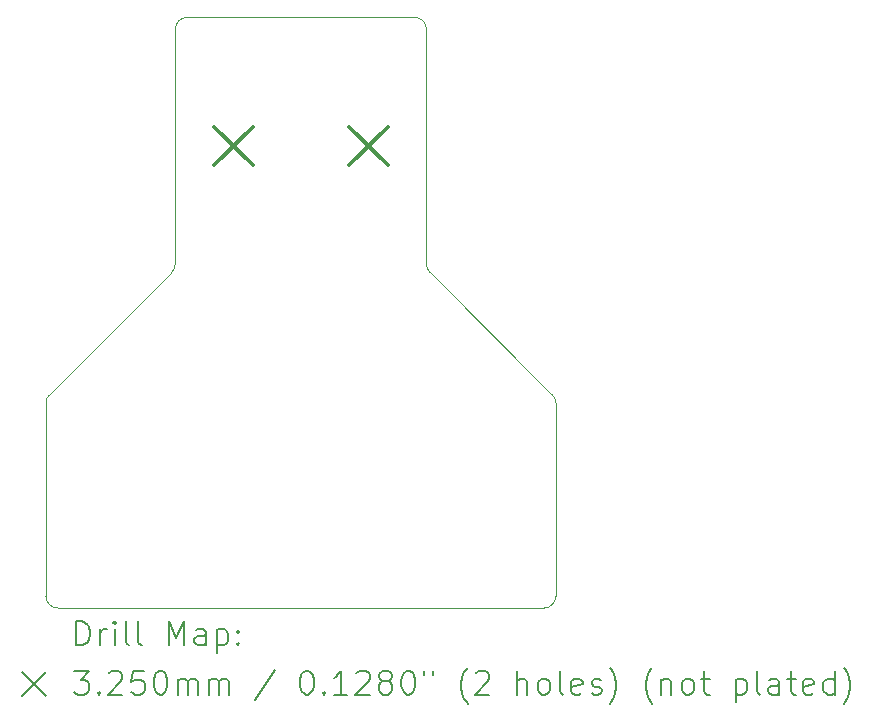
<source format=gbr>
%TF.GenerationSoftware,KiCad,Pcbnew,8.0.8*%
%TF.CreationDate,2025-02-16T01:23:27+01:00*%
%TF.ProjectId,rgmii-pmod,72676d69-692d-4706-9d6f-642e6b696361,rev?*%
%TF.SameCoordinates,Original*%
%TF.FileFunction,Drillmap*%
%TF.FilePolarity,Positive*%
%FSLAX45Y45*%
G04 Gerber Fmt 4.5, Leading zero omitted, Abs format (unit mm)*
G04 Created by KiCad (PCBNEW 8.0.8) date 2025-02-16 01:23:27*
%MOMM*%
%LPD*%
G01*
G04 APERTURE LIST*
%ADD10C,0.050000*%
%ADD11C,0.200000*%
%ADD12C,0.325000*%
G04 APERTURE END LIST*
D10*
X15963500Y-7500000D02*
X14036500Y-7500000D01*
X17129711Y-10696211D02*
G75*
G02*
X17158999Y-10766921I-70711J-70709D01*
G01*
X12841000Y-12400000D02*
X12841000Y-10766921D01*
X16063500Y-9588579D02*
X16063500Y-7600000D01*
X16092789Y-9659289D02*
G75*
G02*
X16063501Y-9588579I70711J70709D01*
G01*
X17159000Y-12400000D02*
G75*
G02*
X17059000Y-12500000I-100000J0D01*
G01*
X17159000Y-10766921D02*
X17159000Y-12400000D01*
X12941000Y-12500000D02*
G75*
G02*
X12841000Y-12400000I0J100000D01*
G01*
X13936500Y-9588579D02*
G75*
G02*
X13907211Y-9659290I-100000J-1D01*
G01*
X13936500Y-7600000D02*
X13936500Y-9588579D01*
X16092789Y-9659289D02*
X17129711Y-10696211D01*
X12941000Y-12500000D02*
X17059000Y-12500000D01*
X12841000Y-10766921D02*
G75*
G02*
X12870289Y-10696210I100000J1D01*
G01*
X13936500Y-7600000D02*
G75*
G02*
X14036500Y-7500000I100000J0D01*
G01*
X12870289Y-10696211D02*
X13907211Y-9659289D01*
X15963500Y-7500000D02*
G75*
G02*
X16063500Y-7600000I0J-100000D01*
G01*
D11*
D12*
X14266000Y-8427500D02*
X14591000Y-8752500D01*
X14591000Y-8427500D02*
X14266000Y-8752500D01*
X15409000Y-8427500D02*
X15734000Y-8752500D01*
X15734000Y-8427500D02*
X15409000Y-8752500D01*
D11*
X13099277Y-12813984D02*
X13099277Y-12613984D01*
X13099277Y-12613984D02*
X13146896Y-12613984D01*
X13146896Y-12613984D02*
X13175467Y-12623508D01*
X13175467Y-12623508D02*
X13194515Y-12642555D01*
X13194515Y-12642555D02*
X13204039Y-12661603D01*
X13204039Y-12661603D02*
X13213562Y-12699698D01*
X13213562Y-12699698D02*
X13213562Y-12728269D01*
X13213562Y-12728269D02*
X13204039Y-12766365D01*
X13204039Y-12766365D02*
X13194515Y-12785412D01*
X13194515Y-12785412D02*
X13175467Y-12804460D01*
X13175467Y-12804460D02*
X13146896Y-12813984D01*
X13146896Y-12813984D02*
X13099277Y-12813984D01*
X13299277Y-12813984D02*
X13299277Y-12680650D01*
X13299277Y-12718746D02*
X13308801Y-12699698D01*
X13308801Y-12699698D02*
X13318324Y-12690174D01*
X13318324Y-12690174D02*
X13337372Y-12680650D01*
X13337372Y-12680650D02*
X13356420Y-12680650D01*
X13423086Y-12813984D02*
X13423086Y-12680650D01*
X13423086Y-12613984D02*
X13413562Y-12623508D01*
X13413562Y-12623508D02*
X13423086Y-12633031D01*
X13423086Y-12633031D02*
X13432610Y-12623508D01*
X13432610Y-12623508D02*
X13423086Y-12613984D01*
X13423086Y-12613984D02*
X13423086Y-12633031D01*
X13546896Y-12813984D02*
X13527848Y-12804460D01*
X13527848Y-12804460D02*
X13518324Y-12785412D01*
X13518324Y-12785412D02*
X13518324Y-12613984D01*
X13651658Y-12813984D02*
X13632610Y-12804460D01*
X13632610Y-12804460D02*
X13623086Y-12785412D01*
X13623086Y-12785412D02*
X13623086Y-12613984D01*
X13880229Y-12813984D02*
X13880229Y-12613984D01*
X13880229Y-12613984D02*
X13946896Y-12756841D01*
X13946896Y-12756841D02*
X14013562Y-12613984D01*
X14013562Y-12613984D02*
X14013562Y-12813984D01*
X14194515Y-12813984D02*
X14194515Y-12709222D01*
X14194515Y-12709222D02*
X14184991Y-12690174D01*
X14184991Y-12690174D02*
X14165943Y-12680650D01*
X14165943Y-12680650D02*
X14127848Y-12680650D01*
X14127848Y-12680650D02*
X14108801Y-12690174D01*
X14194515Y-12804460D02*
X14175467Y-12813984D01*
X14175467Y-12813984D02*
X14127848Y-12813984D01*
X14127848Y-12813984D02*
X14108801Y-12804460D01*
X14108801Y-12804460D02*
X14099277Y-12785412D01*
X14099277Y-12785412D02*
X14099277Y-12766365D01*
X14099277Y-12766365D02*
X14108801Y-12747317D01*
X14108801Y-12747317D02*
X14127848Y-12737793D01*
X14127848Y-12737793D02*
X14175467Y-12737793D01*
X14175467Y-12737793D02*
X14194515Y-12728269D01*
X14289753Y-12680650D02*
X14289753Y-12880650D01*
X14289753Y-12690174D02*
X14308801Y-12680650D01*
X14308801Y-12680650D02*
X14346896Y-12680650D01*
X14346896Y-12680650D02*
X14365943Y-12690174D01*
X14365943Y-12690174D02*
X14375467Y-12699698D01*
X14375467Y-12699698D02*
X14384991Y-12718746D01*
X14384991Y-12718746D02*
X14384991Y-12775888D01*
X14384991Y-12775888D02*
X14375467Y-12794936D01*
X14375467Y-12794936D02*
X14365943Y-12804460D01*
X14365943Y-12804460D02*
X14346896Y-12813984D01*
X14346896Y-12813984D02*
X14308801Y-12813984D01*
X14308801Y-12813984D02*
X14289753Y-12804460D01*
X14470705Y-12794936D02*
X14480229Y-12804460D01*
X14480229Y-12804460D02*
X14470705Y-12813984D01*
X14470705Y-12813984D02*
X14461182Y-12804460D01*
X14461182Y-12804460D02*
X14470705Y-12794936D01*
X14470705Y-12794936D02*
X14470705Y-12813984D01*
X14470705Y-12690174D02*
X14480229Y-12699698D01*
X14480229Y-12699698D02*
X14470705Y-12709222D01*
X14470705Y-12709222D02*
X14461182Y-12699698D01*
X14461182Y-12699698D02*
X14470705Y-12690174D01*
X14470705Y-12690174D02*
X14470705Y-12709222D01*
X12638500Y-13042500D02*
X12838500Y-13242500D01*
X12838500Y-13042500D02*
X12638500Y-13242500D01*
X13080229Y-13033984D02*
X13204039Y-13033984D01*
X13204039Y-13033984D02*
X13137372Y-13110174D01*
X13137372Y-13110174D02*
X13165943Y-13110174D01*
X13165943Y-13110174D02*
X13184991Y-13119698D01*
X13184991Y-13119698D02*
X13194515Y-13129222D01*
X13194515Y-13129222D02*
X13204039Y-13148269D01*
X13204039Y-13148269D02*
X13204039Y-13195888D01*
X13204039Y-13195888D02*
X13194515Y-13214936D01*
X13194515Y-13214936D02*
X13184991Y-13224460D01*
X13184991Y-13224460D02*
X13165943Y-13233984D01*
X13165943Y-13233984D02*
X13108801Y-13233984D01*
X13108801Y-13233984D02*
X13089753Y-13224460D01*
X13089753Y-13224460D02*
X13080229Y-13214936D01*
X13289753Y-13214936D02*
X13299277Y-13224460D01*
X13299277Y-13224460D02*
X13289753Y-13233984D01*
X13289753Y-13233984D02*
X13280229Y-13224460D01*
X13280229Y-13224460D02*
X13289753Y-13214936D01*
X13289753Y-13214936D02*
X13289753Y-13233984D01*
X13375467Y-13053031D02*
X13384991Y-13043508D01*
X13384991Y-13043508D02*
X13404039Y-13033984D01*
X13404039Y-13033984D02*
X13451658Y-13033984D01*
X13451658Y-13033984D02*
X13470705Y-13043508D01*
X13470705Y-13043508D02*
X13480229Y-13053031D01*
X13480229Y-13053031D02*
X13489753Y-13072079D01*
X13489753Y-13072079D02*
X13489753Y-13091127D01*
X13489753Y-13091127D02*
X13480229Y-13119698D01*
X13480229Y-13119698D02*
X13365943Y-13233984D01*
X13365943Y-13233984D02*
X13489753Y-13233984D01*
X13670705Y-13033984D02*
X13575467Y-13033984D01*
X13575467Y-13033984D02*
X13565943Y-13129222D01*
X13565943Y-13129222D02*
X13575467Y-13119698D01*
X13575467Y-13119698D02*
X13594515Y-13110174D01*
X13594515Y-13110174D02*
X13642134Y-13110174D01*
X13642134Y-13110174D02*
X13661182Y-13119698D01*
X13661182Y-13119698D02*
X13670705Y-13129222D01*
X13670705Y-13129222D02*
X13680229Y-13148269D01*
X13680229Y-13148269D02*
X13680229Y-13195888D01*
X13680229Y-13195888D02*
X13670705Y-13214936D01*
X13670705Y-13214936D02*
X13661182Y-13224460D01*
X13661182Y-13224460D02*
X13642134Y-13233984D01*
X13642134Y-13233984D02*
X13594515Y-13233984D01*
X13594515Y-13233984D02*
X13575467Y-13224460D01*
X13575467Y-13224460D02*
X13565943Y-13214936D01*
X13804039Y-13033984D02*
X13823086Y-13033984D01*
X13823086Y-13033984D02*
X13842134Y-13043508D01*
X13842134Y-13043508D02*
X13851658Y-13053031D01*
X13851658Y-13053031D02*
X13861182Y-13072079D01*
X13861182Y-13072079D02*
X13870705Y-13110174D01*
X13870705Y-13110174D02*
X13870705Y-13157793D01*
X13870705Y-13157793D02*
X13861182Y-13195888D01*
X13861182Y-13195888D02*
X13851658Y-13214936D01*
X13851658Y-13214936D02*
X13842134Y-13224460D01*
X13842134Y-13224460D02*
X13823086Y-13233984D01*
X13823086Y-13233984D02*
X13804039Y-13233984D01*
X13804039Y-13233984D02*
X13784991Y-13224460D01*
X13784991Y-13224460D02*
X13775467Y-13214936D01*
X13775467Y-13214936D02*
X13765943Y-13195888D01*
X13765943Y-13195888D02*
X13756420Y-13157793D01*
X13756420Y-13157793D02*
X13756420Y-13110174D01*
X13756420Y-13110174D02*
X13765943Y-13072079D01*
X13765943Y-13072079D02*
X13775467Y-13053031D01*
X13775467Y-13053031D02*
X13784991Y-13043508D01*
X13784991Y-13043508D02*
X13804039Y-13033984D01*
X13956420Y-13233984D02*
X13956420Y-13100650D01*
X13956420Y-13119698D02*
X13965943Y-13110174D01*
X13965943Y-13110174D02*
X13984991Y-13100650D01*
X13984991Y-13100650D02*
X14013563Y-13100650D01*
X14013563Y-13100650D02*
X14032610Y-13110174D01*
X14032610Y-13110174D02*
X14042134Y-13129222D01*
X14042134Y-13129222D02*
X14042134Y-13233984D01*
X14042134Y-13129222D02*
X14051658Y-13110174D01*
X14051658Y-13110174D02*
X14070705Y-13100650D01*
X14070705Y-13100650D02*
X14099277Y-13100650D01*
X14099277Y-13100650D02*
X14118324Y-13110174D01*
X14118324Y-13110174D02*
X14127848Y-13129222D01*
X14127848Y-13129222D02*
X14127848Y-13233984D01*
X14223086Y-13233984D02*
X14223086Y-13100650D01*
X14223086Y-13119698D02*
X14232610Y-13110174D01*
X14232610Y-13110174D02*
X14251658Y-13100650D01*
X14251658Y-13100650D02*
X14280229Y-13100650D01*
X14280229Y-13100650D02*
X14299277Y-13110174D01*
X14299277Y-13110174D02*
X14308801Y-13129222D01*
X14308801Y-13129222D02*
X14308801Y-13233984D01*
X14308801Y-13129222D02*
X14318324Y-13110174D01*
X14318324Y-13110174D02*
X14337372Y-13100650D01*
X14337372Y-13100650D02*
X14365943Y-13100650D01*
X14365943Y-13100650D02*
X14384991Y-13110174D01*
X14384991Y-13110174D02*
X14394515Y-13129222D01*
X14394515Y-13129222D02*
X14394515Y-13233984D01*
X14784991Y-13024460D02*
X14613563Y-13281603D01*
X15042134Y-13033984D02*
X15061182Y-13033984D01*
X15061182Y-13033984D02*
X15080229Y-13043508D01*
X15080229Y-13043508D02*
X15089753Y-13053031D01*
X15089753Y-13053031D02*
X15099277Y-13072079D01*
X15099277Y-13072079D02*
X15108801Y-13110174D01*
X15108801Y-13110174D02*
X15108801Y-13157793D01*
X15108801Y-13157793D02*
X15099277Y-13195888D01*
X15099277Y-13195888D02*
X15089753Y-13214936D01*
X15089753Y-13214936D02*
X15080229Y-13224460D01*
X15080229Y-13224460D02*
X15061182Y-13233984D01*
X15061182Y-13233984D02*
X15042134Y-13233984D01*
X15042134Y-13233984D02*
X15023086Y-13224460D01*
X15023086Y-13224460D02*
X15013563Y-13214936D01*
X15013563Y-13214936D02*
X15004039Y-13195888D01*
X15004039Y-13195888D02*
X14994515Y-13157793D01*
X14994515Y-13157793D02*
X14994515Y-13110174D01*
X14994515Y-13110174D02*
X15004039Y-13072079D01*
X15004039Y-13072079D02*
X15013563Y-13053031D01*
X15013563Y-13053031D02*
X15023086Y-13043508D01*
X15023086Y-13043508D02*
X15042134Y-13033984D01*
X15194515Y-13214936D02*
X15204039Y-13224460D01*
X15204039Y-13224460D02*
X15194515Y-13233984D01*
X15194515Y-13233984D02*
X15184991Y-13224460D01*
X15184991Y-13224460D02*
X15194515Y-13214936D01*
X15194515Y-13214936D02*
X15194515Y-13233984D01*
X15394515Y-13233984D02*
X15280229Y-13233984D01*
X15337372Y-13233984D02*
X15337372Y-13033984D01*
X15337372Y-13033984D02*
X15318325Y-13062555D01*
X15318325Y-13062555D02*
X15299277Y-13081603D01*
X15299277Y-13081603D02*
X15280229Y-13091127D01*
X15470706Y-13053031D02*
X15480229Y-13043508D01*
X15480229Y-13043508D02*
X15499277Y-13033984D01*
X15499277Y-13033984D02*
X15546896Y-13033984D01*
X15546896Y-13033984D02*
X15565944Y-13043508D01*
X15565944Y-13043508D02*
X15575467Y-13053031D01*
X15575467Y-13053031D02*
X15584991Y-13072079D01*
X15584991Y-13072079D02*
X15584991Y-13091127D01*
X15584991Y-13091127D02*
X15575467Y-13119698D01*
X15575467Y-13119698D02*
X15461182Y-13233984D01*
X15461182Y-13233984D02*
X15584991Y-13233984D01*
X15699277Y-13119698D02*
X15680229Y-13110174D01*
X15680229Y-13110174D02*
X15670706Y-13100650D01*
X15670706Y-13100650D02*
X15661182Y-13081603D01*
X15661182Y-13081603D02*
X15661182Y-13072079D01*
X15661182Y-13072079D02*
X15670706Y-13053031D01*
X15670706Y-13053031D02*
X15680229Y-13043508D01*
X15680229Y-13043508D02*
X15699277Y-13033984D01*
X15699277Y-13033984D02*
X15737372Y-13033984D01*
X15737372Y-13033984D02*
X15756420Y-13043508D01*
X15756420Y-13043508D02*
X15765944Y-13053031D01*
X15765944Y-13053031D02*
X15775467Y-13072079D01*
X15775467Y-13072079D02*
X15775467Y-13081603D01*
X15775467Y-13081603D02*
X15765944Y-13100650D01*
X15765944Y-13100650D02*
X15756420Y-13110174D01*
X15756420Y-13110174D02*
X15737372Y-13119698D01*
X15737372Y-13119698D02*
X15699277Y-13119698D01*
X15699277Y-13119698D02*
X15680229Y-13129222D01*
X15680229Y-13129222D02*
X15670706Y-13138746D01*
X15670706Y-13138746D02*
X15661182Y-13157793D01*
X15661182Y-13157793D02*
X15661182Y-13195888D01*
X15661182Y-13195888D02*
X15670706Y-13214936D01*
X15670706Y-13214936D02*
X15680229Y-13224460D01*
X15680229Y-13224460D02*
X15699277Y-13233984D01*
X15699277Y-13233984D02*
X15737372Y-13233984D01*
X15737372Y-13233984D02*
X15756420Y-13224460D01*
X15756420Y-13224460D02*
X15765944Y-13214936D01*
X15765944Y-13214936D02*
X15775467Y-13195888D01*
X15775467Y-13195888D02*
X15775467Y-13157793D01*
X15775467Y-13157793D02*
X15765944Y-13138746D01*
X15765944Y-13138746D02*
X15756420Y-13129222D01*
X15756420Y-13129222D02*
X15737372Y-13119698D01*
X15899277Y-13033984D02*
X15918325Y-13033984D01*
X15918325Y-13033984D02*
X15937372Y-13043508D01*
X15937372Y-13043508D02*
X15946896Y-13053031D01*
X15946896Y-13053031D02*
X15956420Y-13072079D01*
X15956420Y-13072079D02*
X15965944Y-13110174D01*
X15965944Y-13110174D02*
X15965944Y-13157793D01*
X15965944Y-13157793D02*
X15956420Y-13195888D01*
X15956420Y-13195888D02*
X15946896Y-13214936D01*
X15946896Y-13214936D02*
X15937372Y-13224460D01*
X15937372Y-13224460D02*
X15918325Y-13233984D01*
X15918325Y-13233984D02*
X15899277Y-13233984D01*
X15899277Y-13233984D02*
X15880229Y-13224460D01*
X15880229Y-13224460D02*
X15870706Y-13214936D01*
X15870706Y-13214936D02*
X15861182Y-13195888D01*
X15861182Y-13195888D02*
X15851658Y-13157793D01*
X15851658Y-13157793D02*
X15851658Y-13110174D01*
X15851658Y-13110174D02*
X15861182Y-13072079D01*
X15861182Y-13072079D02*
X15870706Y-13053031D01*
X15870706Y-13053031D02*
X15880229Y-13043508D01*
X15880229Y-13043508D02*
X15899277Y-13033984D01*
X16042134Y-13033984D02*
X16042134Y-13072079D01*
X16118325Y-13033984D02*
X16118325Y-13072079D01*
X16413563Y-13310174D02*
X16404039Y-13300650D01*
X16404039Y-13300650D02*
X16384991Y-13272079D01*
X16384991Y-13272079D02*
X16375468Y-13253031D01*
X16375468Y-13253031D02*
X16365944Y-13224460D01*
X16365944Y-13224460D02*
X16356420Y-13176841D01*
X16356420Y-13176841D02*
X16356420Y-13138746D01*
X16356420Y-13138746D02*
X16365944Y-13091127D01*
X16365944Y-13091127D02*
X16375468Y-13062555D01*
X16375468Y-13062555D02*
X16384991Y-13043508D01*
X16384991Y-13043508D02*
X16404039Y-13014936D01*
X16404039Y-13014936D02*
X16413563Y-13005412D01*
X16480229Y-13053031D02*
X16489753Y-13043508D01*
X16489753Y-13043508D02*
X16508801Y-13033984D01*
X16508801Y-13033984D02*
X16556420Y-13033984D01*
X16556420Y-13033984D02*
X16575468Y-13043508D01*
X16575468Y-13043508D02*
X16584991Y-13053031D01*
X16584991Y-13053031D02*
X16594515Y-13072079D01*
X16594515Y-13072079D02*
X16594515Y-13091127D01*
X16594515Y-13091127D02*
X16584991Y-13119698D01*
X16584991Y-13119698D02*
X16470706Y-13233984D01*
X16470706Y-13233984D02*
X16594515Y-13233984D01*
X16832611Y-13233984D02*
X16832611Y-13033984D01*
X16918325Y-13233984D02*
X16918325Y-13129222D01*
X16918325Y-13129222D02*
X16908801Y-13110174D01*
X16908801Y-13110174D02*
X16889753Y-13100650D01*
X16889753Y-13100650D02*
X16861182Y-13100650D01*
X16861182Y-13100650D02*
X16842134Y-13110174D01*
X16842134Y-13110174D02*
X16832611Y-13119698D01*
X17042134Y-13233984D02*
X17023087Y-13224460D01*
X17023087Y-13224460D02*
X17013563Y-13214936D01*
X17013563Y-13214936D02*
X17004039Y-13195888D01*
X17004039Y-13195888D02*
X17004039Y-13138746D01*
X17004039Y-13138746D02*
X17013563Y-13119698D01*
X17013563Y-13119698D02*
X17023087Y-13110174D01*
X17023087Y-13110174D02*
X17042134Y-13100650D01*
X17042134Y-13100650D02*
X17070706Y-13100650D01*
X17070706Y-13100650D02*
X17089753Y-13110174D01*
X17089753Y-13110174D02*
X17099277Y-13119698D01*
X17099277Y-13119698D02*
X17108801Y-13138746D01*
X17108801Y-13138746D02*
X17108801Y-13195888D01*
X17108801Y-13195888D02*
X17099277Y-13214936D01*
X17099277Y-13214936D02*
X17089753Y-13224460D01*
X17089753Y-13224460D02*
X17070706Y-13233984D01*
X17070706Y-13233984D02*
X17042134Y-13233984D01*
X17223087Y-13233984D02*
X17204039Y-13224460D01*
X17204039Y-13224460D02*
X17194515Y-13205412D01*
X17194515Y-13205412D02*
X17194515Y-13033984D01*
X17375468Y-13224460D02*
X17356420Y-13233984D01*
X17356420Y-13233984D02*
X17318325Y-13233984D01*
X17318325Y-13233984D02*
X17299277Y-13224460D01*
X17299277Y-13224460D02*
X17289753Y-13205412D01*
X17289753Y-13205412D02*
X17289753Y-13129222D01*
X17289753Y-13129222D02*
X17299277Y-13110174D01*
X17299277Y-13110174D02*
X17318325Y-13100650D01*
X17318325Y-13100650D02*
X17356420Y-13100650D01*
X17356420Y-13100650D02*
X17375468Y-13110174D01*
X17375468Y-13110174D02*
X17384992Y-13129222D01*
X17384992Y-13129222D02*
X17384992Y-13148269D01*
X17384992Y-13148269D02*
X17289753Y-13167317D01*
X17461182Y-13224460D02*
X17480230Y-13233984D01*
X17480230Y-13233984D02*
X17518325Y-13233984D01*
X17518325Y-13233984D02*
X17537373Y-13224460D01*
X17537373Y-13224460D02*
X17546896Y-13205412D01*
X17546896Y-13205412D02*
X17546896Y-13195888D01*
X17546896Y-13195888D02*
X17537373Y-13176841D01*
X17537373Y-13176841D02*
X17518325Y-13167317D01*
X17518325Y-13167317D02*
X17489753Y-13167317D01*
X17489753Y-13167317D02*
X17470706Y-13157793D01*
X17470706Y-13157793D02*
X17461182Y-13138746D01*
X17461182Y-13138746D02*
X17461182Y-13129222D01*
X17461182Y-13129222D02*
X17470706Y-13110174D01*
X17470706Y-13110174D02*
X17489753Y-13100650D01*
X17489753Y-13100650D02*
X17518325Y-13100650D01*
X17518325Y-13100650D02*
X17537373Y-13110174D01*
X17613563Y-13310174D02*
X17623087Y-13300650D01*
X17623087Y-13300650D02*
X17642134Y-13272079D01*
X17642134Y-13272079D02*
X17651658Y-13253031D01*
X17651658Y-13253031D02*
X17661182Y-13224460D01*
X17661182Y-13224460D02*
X17670706Y-13176841D01*
X17670706Y-13176841D02*
X17670706Y-13138746D01*
X17670706Y-13138746D02*
X17661182Y-13091127D01*
X17661182Y-13091127D02*
X17651658Y-13062555D01*
X17651658Y-13062555D02*
X17642134Y-13043508D01*
X17642134Y-13043508D02*
X17623087Y-13014936D01*
X17623087Y-13014936D02*
X17613563Y-13005412D01*
X17975468Y-13310174D02*
X17965944Y-13300650D01*
X17965944Y-13300650D02*
X17946896Y-13272079D01*
X17946896Y-13272079D02*
X17937373Y-13253031D01*
X17937373Y-13253031D02*
X17927849Y-13224460D01*
X17927849Y-13224460D02*
X17918325Y-13176841D01*
X17918325Y-13176841D02*
X17918325Y-13138746D01*
X17918325Y-13138746D02*
X17927849Y-13091127D01*
X17927849Y-13091127D02*
X17937373Y-13062555D01*
X17937373Y-13062555D02*
X17946896Y-13043508D01*
X17946896Y-13043508D02*
X17965944Y-13014936D01*
X17965944Y-13014936D02*
X17975468Y-13005412D01*
X18051658Y-13100650D02*
X18051658Y-13233984D01*
X18051658Y-13119698D02*
X18061182Y-13110174D01*
X18061182Y-13110174D02*
X18080230Y-13100650D01*
X18080230Y-13100650D02*
X18108801Y-13100650D01*
X18108801Y-13100650D02*
X18127849Y-13110174D01*
X18127849Y-13110174D02*
X18137373Y-13129222D01*
X18137373Y-13129222D02*
X18137373Y-13233984D01*
X18261182Y-13233984D02*
X18242134Y-13224460D01*
X18242134Y-13224460D02*
X18232611Y-13214936D01*
X18232611Y-13214936D02*
X18223087Y-13195888D01*
X18223087Y-13195888D02*
X18223087Y-13138746D01*
X18223087Y-13138746D02*
X18232611Y-13119698D01*
X18232611Y-13119698D02*
X18242134Y-13110174D01*
X18242134Y-13110174D02*
X18261182Y-13100650D01*
X18261182Y-13100650D02*
X18289754Y-13100650D01*
X18289754Y-13100650D02*
X18308801Y-13110174D01*
X18308801Y-13110174D02*
X18318325Y-13119698D01*
X18318325Y-13119698D02*
X18327849Y-13138746D01*
X18327849Y-13138746D02*
X18327849Y-13195888D01*
X18327849Y-13195888D02*
X18318325Y-13214936D01*
X18318325Y-13214936D02*
X18308801Y-13224460D01*
X18308801Y-13224460D02*
X18289754Y-13233984D01*
X18289754Y-13233984D02*
X18261182Y-13233984D01*
X18384992Y-13100650D02*
X18461182Y-13100650D01*
X18413563Y-13033984D02*
X18413563Y-13205412D01*
X18413563Y-13205412D02*
X18423087Y-13224460D01*
X18423087Y-13224460D02*
X18442134Y-13233984D01*
X18442134Y-13233984D02*
X18461182Y-13233984D01*
X18680230Y-13100650D02*
X18680230Y-13300650D01*
X18680230Y-13110174D02*
X18699277Y-13100650D01*
X18699277Y-13100650D02*
X18737373Y-13100650D01*
X18737373Y-13100650D02*
X18756420Y-13110174D01*
X18756420Y-13110174D02*
X18765944Y-13119698D01*
X18765944Y-13119698D02*
X18775468Y-13138746D01*
X18775468Y-13138746D02*
X18775468Y-13195888D01*
X18775468Y-13195888D02*
X18765944Y-13214936D01*
X18765944Y-13214936D02*
X18756420Y-13224460D01*
X18756420Y-13224460D02*
X18737373Y-13233984D01*
X18737373Y-13233984D02*
X18699277Y-13233984D01*
X18699277Y-13233984D02*
X18680230Y-13224460D01*
X18889754Y-13233984D02*
X18870706Y-13224460D01*
X18870706Y-13224460D02*
X18861182Y-13205412D01*
X18861182Y-13205412D02*
X18861182Y-13033984D01*
X19051658Y-13233984D02*
X19051658Y-13129222D01*
X19051658Y-13129222D02*
X19042135Y-13110174D01*
X19042135Y-13110174D02*
X19023087Y-13100650D01*
X19023087Y-13100650D02*
X18984992Y-13100650D01*
X18984992Y-13100650D02*
X18965944Y-13110174D01*
X19051658Y-13224460D02*
X19032611Y-13233984D01*
X19032611Y-13233984D02*
X18984992Y-13233984D01*
X18984992Y-13233984D02*
X18965944Y-13224460D01*
X18965944Y-13224460D02*
X18956420Y-13205412D01*
X18956420Y-13205412D02*
X18956420Y-13186365D01*
X18956420Y-13186365D02*
X18965944Y-13167317D01*
X18965944Y-13167317D02*
X18984992Y-13157793D01*
X18984992Y-13157793D02*
X19032611Y-13157793D01*
X19032611Y-13157793D02*
X19051658Y-13148269D01*
X19118325Y-13100650D02*
X19194515Y-13100650D01*
X19146896Y-13033984D02*
X19146896Y-13205412D01*
X19146896Y-13205412D02*
X19156420Y-13224460D01*
X19156420Y-13224460D02*
X19175468Y-13233984D01*
X19175468Y-13233984D02*
X19194515Y-13233984D01*
X19337373Y-13224460D02*
X19318325Y-13233984D01*
X19318325Y-13233984D02*
X19280230Y-13233984D01*
X19280230Y-13233984D02*
X19261182Y-13224460D01*
X19261182Y-13224460D02*
X19251658Y-13205412D01*
X19251658Y-13205412D02*
X19251658Y-13129222D01*
X19251658Y-13129222D02*
X19261182Y-13110174D01*
X19261182Y-13110174D02*
X19280230Y-13100650D01*
X19280230Y-13100650D02*
X19318325Y-13100650D01*
X19318325Y-13100650D02*
X19337373Y-13110174D01*
X19337373Y-13110174D02*
X19346896Y-13129222D01*
X19346896Y-13129222D02*
X19346896Y-13148269D01*
X19346896Y-13148269D02*
X19251658Y-13167317D01*
X19518325Y-13233984D02*
X19518325Y-13033984D01*
X19518325Y-13224460D02*
X19499277Y-13233984D01*
X19499277Y-13233984D02*
X19461182Y-13233984D01*
X19461182Y-13233984D02*
X19442135Y-13224460D01*
X19442135Y-13224460D02*
X19432611Y-13214936D01*
X19432611Y-13214936D02*
X19423087Y-13195888D01*
X19423087Y-13195888D02*
X19423087Y-13138746D01*
X19423087Y-13138746D02*
X19432611Y-13119698D01*
X19432611Y-13119698D02*
X19442135Y-13110174D01*
X19442135Y-13110174D02*
X19461182Y-13100650D01*
X19461182Y-13100650D02*
X19499277Y-13100650D01*
X19499277Y-13100650D02*
X19518325Y-13110174D01*
X19594516Y-13310174D02*
X19604039Y-13300650D01*
X19604039Y-13300650D02*
X19623087Y-13272079D01*
X19623087Y-13272079D02*
X19632611Y-13253031D01*
X19632611Y-13253031D02*
X19642135Y-13224460D01*
X19642135Y-13224460D02*
X19651658Y-13176841D01*
X19651658Y-13176841D02*
X19651658Y-13138746D01*
X19651658Y-13138746D02*
X19642135Y-13091127D01*
X19642135Y-13091127D02*
X19632611Y-13062555D01*
X19632611Y-13062555D02*
X19623087Y-13043508D01*
X19623087Y-13043508D02*
X19604039Y-13014936D01*
X19604039Y-13014936D02*
X19594516Y-13005412D01*
M02*

</source>
